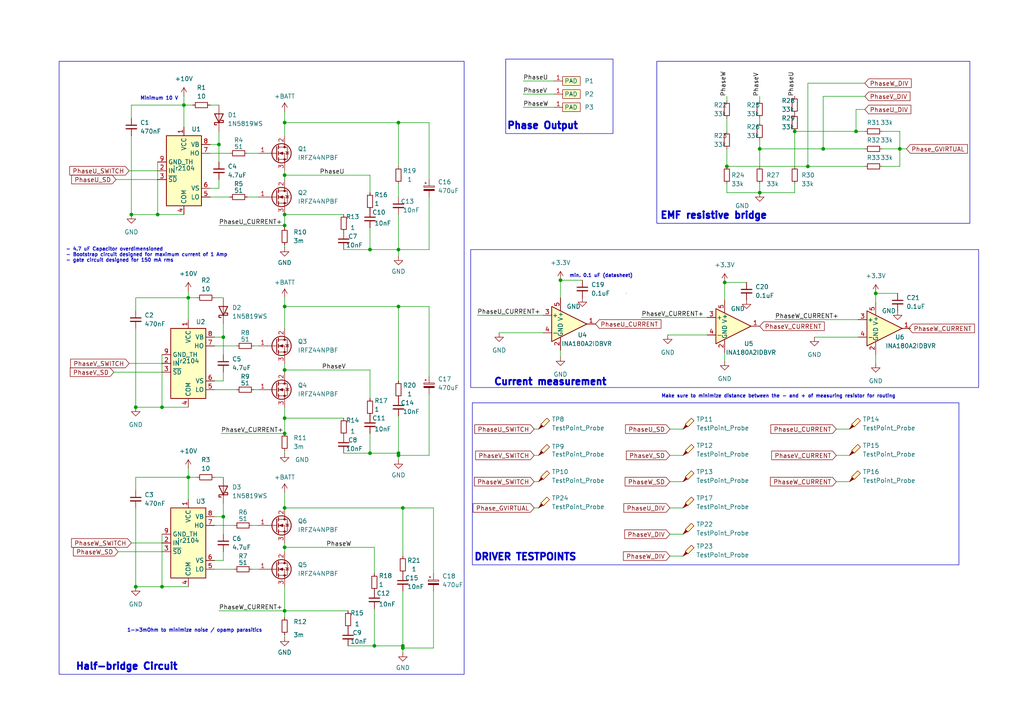
<source format=kicad_sch>
(kicad_sch (version 20250114) (generator "eeschema") (generator_version "9.0")
  (paper "A4")
  (title_block (title "BLDC Driver Project") (rev "1.0") (company "IW"))
  (rectangle (start 146.685 17.145) (end 177.8 38.735))
  (rectangle (start 17.145 17.78) (end 134.62 195.58))
  (rectangle (start 137 116.84) (end 278.13 163.83))
  (rectangle (start 190.5 17.78) (end 281.305 64.77))
  (rectangle (start 136.525 72.39) (end 283.845 112.395))
  (text "Make sure to minimize distance between the - and + of measuring resistor for routing" (at 191.77 115.57 0) (effects (font (size 1 1) (bold yes)) (justify left bottom)))
  (text "min. 0.1 uF (datasheet)\n" (at 165.1 80.645 0) (effects (font (size 1 1) (bold yes)) (justify left bottom)))
  (text "Minimum 10 V" (at 40.64 29.21 0) (effects (font (size 1 1) (bold yes)) (justify left bottom)))
  (text "1->3mOhm to minimize noise / opamp parasitics" (at 36.83 183.515 0) (effects (font (size 1 1) (bold yes)) (justify left bottom)))
  (text "- 4.7 uF Capacitor overdimensioned\n- Bootstrap circuit designed for maximum current of 1 Amp\n- gate circuit designed for 150 mA rms\n" (at 19.05 76.2 0) (effects (font (size 1 1) (bold yes)) (justify left bottom)))
  (text_box "" (at 181.61 85.09 0) (size 0 0) (margins 0.75 0.75 0.75 0.75) (effects (font (size 1 1) (bold yes)) (justify left top)))
  (text_box "Half-bridge Circuit" (at 20.32 190.5 0) (size 35.56 5.08) (margins 1.4999 1.4999 1.4999 1.4999) (stroke (width -0.0001)) (effects (font (size 2 2) (thickness 2) (bold yes)) (justify left top)))
  (text_box "Phase Output" (at 145.415 33.655 0) (size 29.21 5.08) (margins 1.4999 1.4999 1.4999 1.4999) (stroke (width -0.0001)) (effects (font (size 2 2) (thickness 2) (bold yes)) (justify left top)))
  (text_box "DRIVER TESTPOINTS" (at 135.89 158.75 0) (size 35.56 5.08) (margins 1.4999 1.4999 1.4999 1.4999) (stroke (width -0.0001)) (effects (font (size 2 2) (thickness 2) (bold yes)) (justify left top)))
  (text_box "EMF resistive bridge" (at 189.865 59.69 0) (size 40.64 5.08) (margins 1.4999 1.4999 1.4999 1.4999) (stroke (width -0.0001)) (effects (font (size 2 2) (thickness 2) (bold yes)) (justify left top)))
  (text_box "Current measurement\n" (at 141.605 107.95 0) (size 54.61 5.08) (margins 1.4999 1.4999 1.4999 1.4999) (stroke (width -0.0001)) (effects (font (size 2 2) (thickness 2) (bold yes)) (justify left top)))
  (junction (at 210.82 48.26))
  (junction (at 248.285 38.1))
  (junction (at 82.55 121.285))
  (junction (at 64.77 149.86))
  (junction (at 107.315 72.39))
  (junction (at 220.345 43.18))
  (junction (at 53.34 30.48))
  (junction (at 45.72 62.23))
  (junction (at 82.55 62.23))
  (junction (at 39.37 118.11))
  (junction (at 82.55 158.75))
  (junction (at 234.315 48.26))
  (junction (at 64.77 97.79))
  (junction (at 115.57 131.445))
  (junction (at 82.55 147.32))
  (junction (at 162.56 81.28))
  (junction (at 115.57 132.08))
  (junction (at 38.1 62.23))
  (junction (at 82.55 50.8))
  (junction (at 54.61 138.43))
  (junction (at 116.84 187.325))
  (junction (at 82.55 107.315))
  (junction (at 82.55 88.9))
  (junction (at 107.315 131.445))
  (junction (at 116.84 147.32))
  (junction (at 238.76 43.18))
  (junction (at 220.345 55.88))
  (junction (at 82.55 177.165))
  (junction (at 116.84 187.96))
  (junction (at 210.185 81.915))
  (junction (at 46.99 170.18))
  (junction (at 115.57 35.56))
  (junction (at 230.505 38.1))
  (junction (at 115.57 72.39))
  (junction (at 46.99 118.11))
  (junction (at 108.585 187.325))
  (junction (at 254 85.09))
  (junction (at 82.55 125.73))
  (junction (at 82.55 35.56))
  (junction (at 82.55 65.405))
  (junction (at 63.5 41.91))
  (junction (at 54.61 86.36))
  (junction (at 260.985 43.18))
  (junction (at 115.57 88.9))
  (junction (at 39.37 170.18))
  (wire (pts (xy 234.315 24.13) (xy 250.825 24.13)))
  (wire (pts (xy 53.34 27.94) (xy 53.34 30.48)))
  (wire (pts (xy 63.5 46.99) (xy 63.5 41.91)))
  (wire (pts (xy 60.96 41.91) (xy 63.5 41.91)))
  (wire (pts (xy 107.315 131.445) (xy 115.57 131.445)))
  (wire (pts (xy 53.34 30.48) (xy 53.34 36.83)))
  (wire (pts (xy 60.96 54.61) (xy 63.5 54.61)))
  (wire (pts (xy 71.755 44.45) (xy 74.93 44.45)))
  (wire (pts (xy 82.55 107.315) (xy 107.315 107.315)))
  (wire (pts (xy 260.985 43.18) (xy 255.905 43.18)))
  (wire (pts (xy 107.315 107.315) (xy 107.315 115.57)))
  (wire (pts (xy 45.72 46.99) (xy 45.72 62.23)))
  (wire (pts (xy 46.99 170.18) (xy 54.61 170.18)))
  (wire (pts (xy 39.37 118.11) (xy 46.99 118.11)))
  (wire (pts (xy 73.66 113.03) (xy 74.93 113.03)))
  (wire (pts (xy 260.985 38.1) (xy 255.905 38.1)))
  (wire (pts (xy 39.37 170.18) (xy 46.99 170.18)))
  (wire (pts (xy 248.285 31.75) (xy 248.285 38.1)))
  (wire (pts (xy 82.55 170.18) (xy 82.55 177.165)))
  (wire (pts (xy 39.37 138.43) (xy 54.61 138.43)))
  (wire (pts (xy 108.585 166.37) (xy 108.585 158.75)))
  (wire (pts (xy 151.765 31.115) (xy 160.655 31.115)))
  (wire (pts (xy 82.55 118.11) (xy 82.55 121.285)))
  (wire (pts (xy 73.66 100.33) (xy 74.93 100.33)))
  (wire (pts (xy 115.57 131.445) (xy 115.57 132.08)))
  (wire (pts (xy 115.57 88.9) (xy 115.57 110.49)))
  (wire (pts (xy 100.965 187.325) (xy 108.585 187.325)))
  (wire (pts (xy 39.37 90.17) (xy 39.37 86.36)))
  (wire (pts (xy 260.985 48.26) (xy 255.905 48.26)))
  (wire (pts (xy 238.76 43.18) (xy 250.825 43.18)))
  (wire (pts (xy 125.73 171.45) (xy 125.73 187.96)))
  (wire (pts (xy 210.82 53.34) (xy 210.82 55.88)))
  (wire (pts (xy 82.55 157.48) (xy 82.55 158.75)))
  (wire (pts (xy 194.31 154.94) (xy 198.12 154.94)))
  (wire (pts (xy 62.23 97.79) (xy 64.77 97.79)))
  (wire (pts (xy 210.82 55.88) (xy 220.345 55.88)))
  (wire (pts (xy 39.37 147.32) (xy 39.37 170.18)))
  (wire (pts (xy 54.61 84.455) (xy 54.61 86.36)))
  (wire (pts (xy 220.345 34.29) (xy 220.345 35.56)))
  (wire (pts (xy 66.675 57.15) (xy 60.96 57.15)))
  (wire (pts (xy 39.37 142.24) (xy 39.37 138.43)))
  (wire (pts (xy 62.23 113.03) (xy 68.58 113.03)))
  (wire (pts (xy 248.285 38.1) (xy 250.825 38.1)))
  (wire (pts (xy 108.585 176.53) (xy 108.585 187.325)))
  (wire (pts (xy 115.57 72.39) (xy 115.57 74.295)))
  (wire (pts (xy 154.94 147.32) (xy 156.21 147.32)))
  (wire (pts (xy 210.185 81.915) (xy 210.185 86.995)))
  (wire (pts (xy 64.77 154.94) (xy 64.77 149.86)))
  (wire (pts (xy 224.79 92.71) (xy 248.92 92.71)))
  (wire (pts (xy 230.505 53.34) (xy 230.505 55.88)))
  (wire (pts (xy 54.61 135.89) (xy 54.61 138.43)))
  (wire (pts (xy 54.61 138.43) (xy 54.61 144.78)))
  (wire (pts (xy 82.55 121.285) (xy 82.55 125.73)))
  (wire (pts (xy 37.465 105.41) (xy 46.99 105.41)))
  (wire (pts (xy 151.765 23.495) (xy 160.655 23.495)))
  (wire (pts (xy 64.77 146.05) (xy 64.77 149.86)))
  (wire (pts (xy 250.825 27.94) (xy 238.76 27.94)))
  (wire (pts (xy 156.21 139.7) (xy 154.94 139.7)))
  (wire (pts (xy 82.55 184.15) (xy 82.55 184.785)))
  (wire (pts (xy 107.315 50.8) (xy 107.315 55.88)))
  (wire (pts (xy 62.23 86.36) (xy 64.77 86.36)))
  (wire (pts (xy 71.755 57.15) (xy 74.93 57.15)))
  (wire (pts (xy 242.57 132.08) (xy 246.38 132.08)))
  (wire (pts (xy 194.31 147.32) (xy 198.12 147.32)))
  (wire (pts (xy 210.82 48.26) (xy 234.315 48.26)))
  (wire (pts (xy 82.55 35.56) (xy 115.57 35.56)))
  (wire (pts (xy 73.025 152.4) (xy 74.93 152.4)))
  (wire (pts (xy 124.46 114.3) (xy 124.46 132.08)))
  (wire (pts (xy 254 85.09) (xy 260.35 85.09)))
  (wire (pts (xy 186.055 92.075) (xy 205.105 92.075)))
  (wire (pts (xy 108.585 187.325) (xy 116.84 187.325)))
  (wire (pts (xy 82.55 130.81) (xy 82.55 131.445)))
  (wire (pts (xy 107.315 66.04) (xy 107.315 72.39)))
  (wire (pts (xy 194.31 139.7) (xy 198.12 139.7)))
  (wire (pts (xy 82.55 107.95) (xy 82.55 107.315)))
  (wire (pts (xy 124.46 57.15) (xy 124.46 72.39)))
  (wire (pts (xy 82.55 142.875) (xy 82.55 147.32)))
  (wire (pts (xy 194.31 124.46) (xy 198.12 124.46)))
  (wire (pts (xy 124.46 35.56) (xy 115.57 35.56)))
  (wire (pts (xy 210.82 43.18) (xy 210.82 48.26)))
  (wire (pts (xy 82.55 147.32) (xy 116.84 147.32)))
  (wire (pts (xy 99.695 131.445) (xy 107.315 131.445)))
  (wire (pts (xy 116.84 161.29) (xy 116.84 147.32)))
  (wire (pts (xy 82.55 105.41) (xy 82.55 107.315)))
  (wire (pts (xy 82.55 50.8) (xy 82.55 52.07)))
  (wire (pts (xy 124.46 52.07) (xy 124.46 35.56)))
  (wire (pts (xy 62.23 110.49) (xy 64.77 110.49)))
  (wire (pts (xy 250.825 31.75) (xy 248.285 31.75)))
  (wire (pts (xy 82.55 32.385) (xy 82.55 35.56)))
  (wire (pts (xy 124.46 132.08) (xy 115.57 132.08)))
  (wire (pts (xy 260.985 38.1) (xy 260.985 43.18)))
  (wire (pts (xy 62.23 100.33) (xy 68.58 100.33)))
  (wire (pts (xy 63.5 177.165) (xy 82.55 177.165)))
  (wire (pts (xy 82.55 158.75) (xy 82.55 160.02)))
  (wire (pts (xy 82.55 86.36) (xy 82.55 88.9)))
  (wire (pts (xy 60.96 44.45) (xy 66.675 44.45)))
  (wire (pts (xy 116.84 171.45) (xy 116.84 187.325)))
  (wire (pts (xy 38.1 157.48) (xy 46.99 157.48)))
  (wire (pts (xy 62.23 152.4) (xy 67.945 152.4)))
  (wire (pts (xy 82.55 65.405) (xy 82.55 66.04)))
  (wire (pts (xy 64.77 93.98) (xy 64.77 97.79)))
  (wire (pts (xy 230.505 38.1) (xy 248.285 38.1)))
  (wire (pts (xy 210.185 102.235) (xy 210.185 104.775)))
  (wire (pts (xy 124.46 72.39) (xy 115.57 72.39)))
  (wire (pts (xy 82.55 88.9) (xy 82.55 95.25)))
  (wire (pts (xy 242.57 124.46) (xy 246.38 124.46)))
  (wire (pts (xy 220.345 43.18) (xy 238.76 43.18)))
  (wire (pts (xy 116.84 187.325) (xy 116.84 187.96)))
  (wire (pts (xy 54.61 86.36) (xy 54.61 92.71)))
  (wire (pts (xy 115.57 120.65) (xy 115.57 131.445)))
  (wire (pts (xy 194.31 161.29) (xy 198.12 161.29)))
  (wire (pts (xy 234.315 24.13) (xy 234.315 48.26)))
  (wire (pts (xy 115.57 57.15) (xy 115.57 53.34)))
  (wire (pts (xy 82.55 39.37) (xy 82.55 35.56)))
  (wire (pts (xy 64.77 102.87) (xy 64.77 97.79)))
  (wire (pts (xy 260.985 43.18) (xy 262.89 43.18)))
  (wire (pts (xy 124.46 88.9) (xy 124.46 109.22)))
  (wire (pts (xy 162.56 81.28) (xy 168.91 81.28)))
  (wire (pts (xy 62.23 138.43) (xy 64.77 138.43)))
  (wire (pts (xy 64.135 125.73) (xy 82.55 125.73)))
  (wire (pts (xy 154.94 124.46) (xy 156.21 124.46)))
  (wire (pts (xy 156.21 132.08) (xy 154.94 132.08)))
  (wire (pts (xy 82.55 71.12) (xy 82.55 71.755)))
  (wire (pts (xy 64.77 160.02) (xy 64.77 162.56)))
  (wire (pts (xy 62.23 149.86) (xy 64.77 149.86)))
  (wire (pts (xy 220.345 55.88) (xy 230.505 55.88)))
  (wire (pts (xy 33.02 107.95) (xy 46.99 107.95)))
  (wire (pts (xy 82.55 62.23) (xy 82.55 65.405)))
  (wire (pts (xy 33.655 52.07) (xy 45.72 52.07)))
  (wire (pts (xy 62.23 162.56) (xy 64.77 162.56)))
  (wire (pts (xy 34.29 160.02) (xy 46.99 160.02)))
  (wire (pts (xy 46.99 154.94) (xy 46.99 170.18)))
  (wire (pts (xy 238.76 27.94) (xy 238.76 43.18)))
  (wire (pts (xy 37.465 49.53) (xy 45.72 49.53)))
  (wire (pts (xy 263.525 95.25) (xy 264.16 95.25)))
  (wire (pts (xy 63.5 52.07) (xy 63.5 54.61)))
  (wire (pts (xy 54.61 138.43) (xy 57.15 138.43)))
  (wire (pts (xy 210.82 27.94) (xy 210.82 29.21)))
  (wire (pts (xy 115.57 132.08) (xy 115.57 133.35)))
  (wire (pts (xy 62.23 165.1) (xy 67.945 165.1)))
  (wire (pts (xy 151.765 27.305) (xy 160.655 27.305)))
  (wire (pts (xy 193.675 97.155) (xy 205.105 97.155)))
  (wire (pts (xy 162.56 81.28) (xy 162.56 86.36)))
  (wire (pts (xy 82.55 177.165) (xy 100.965 177.165)))
  (wire (pts (xy 82.55 50.8) (xy 107.315 50.8)))
  (wire (pts (xy 38.1 39.37) (xy 38.1 62.23)))
  (wire (pts (xy 138.43 91.44) (xy 157.48 91.44)))
  (wire (pts (xy 38.1 62.23) (xy 45.72 62.23)))
  (wire (pts (xy 125.73 147.32) (xy 116.84 147.32)))
  (wire (pts (xy 38.1 34.29) (xy 38.1 30.48)))
  (wire (pts (xy 38.1 30.48) (xy 53.34 30.48)))
  (wire (pts (xy 115.57 62.23) (xy 115.57 72.39)))
  (wire (pts (xy 220.345 27.94) (xy 220.345 29.21)))
  (wire (pts (xy 107.315 125.73) (xy 107.315 131.445)))
  (wire (pts (xy 107.315 72.39) (xy 115.57 72.39)))
  (wire (pts (xy 55.88 30.48) (xy 53.34 30.48)))
  (wire (pts (xy 220.345 53.34) (xy 220.345 55.88)))
  (wire (pts (xy 236.22 97.79) (xy 248.92 97.79)))
  (wire (pts (xy 82.55 158.75) (xy 108.585 158.75)))
  (wire (pts (xy 144.78 96.52) (xy 157.48 96.52)))
  (wire (pts (xy 234.315 48.26) (xy 250.825 48.26)))
  (wire (pts (xy 230.505 38.1) (xy 230.505 48.26)))
  (wire (pts (xy 220.345 40.64) (xy 220.345 43.18)))
  (wire (pts (xy 162.56 103.505) (xy 162.56 101.6)))
  (wire (pts (xy 39.37 95.25) (xy 39.37 118.11)))
  (wire (pts (xy 39.37 86.36) (xy 54.61 86.36)))
  (wire (pts (xy 124.46 88.9) (xy 115.57 88.9)))
  (wire (pts (xy 210.82 34.29) (xy 210.82 38.1)))
  (wire (pts (xy 194.31 132.08) (xy 198.12 132.08)))
  (wire (pts (xy 99.695 72.39) (xy 107.315 72.39)))
  (wire (pts (xy 82.55 49.53) (xy 82.55 50.8)))
  (wire (pts (xy 220.345 43.18) (xy 220.345 48.26)))
  (wire (pts (xy 210.185 81.915) (xy 216.535 81.915)))
  (wire (pts (xy 115.57 48.26) (xy 115.57 35.56)))
  (wire (pts (xy 46.99 118.11) (xy 54.61 118.11)))
  (wire (pts (xy 242.57 139.7) (xy 246.38 139.7)))
  (wire (pts (xy 46.99 102.87) (xy 46.99 118.11)))
  (wire (pts (xy 73.025 165.1) (xy 74.93 165.1)))
  (wire (pts (xy 125.73 166.37) (xy 125.73 147.32)))
  (wire (pts (xy 82.55 121.285) (xy 99.695 121.285)))
  (wire (pts (xy 116.84 187.96) (xy 116.84 189.23)))
  (wire (pts (xy 82.55 177.165) (xy 82.55 179.07)))
  (wire (pts (xy 45.72 62.23) (xy 53.34 62.23)))
  (wire (pts (xy 254 102.87) (xy 254 105.41)))
  (wire (pts (xy 82.55 88.9) (xy 115.57 88.9)))
  (wire (pts (xy 63.5 65.405) (xy 82.55 65.405)))
  (wire (pts (xy 82.55 62.23) (xy 99.695 62.23)))
  (wire (pts (xy 57.15 86.36) (xy 54.61 86.36)))
  (wire (pts (xy 64.77 107.95) (xy 64.77 110.49)))
  (wire (pts (xy 125.73 187.96) (xy 116.84 187.96)))
  (wire (pts (xy 260.985 43.18) (xy 260.985 48.26)))
  (wire (pts (xy 254 85.09) (xy 254 87.63)))
  (wire (pts (xy 63.5 38.1) (xy 63.5 41.91)))
  (wire (pts (xy 60.96 30.48) (xy 63.5 30.48)))
  (label "PhaseU" (at 92.71 50.8 0))
  (label "PhaseV" (at 220.345 27.94 90))
  (label "PhaseW" (at 94.615 158.75 0))
  (label "PhaseW" (at 151.765 31.115 0))
  (label "PhaseU" (at 230.505 27.94 90))
  (label "PhaseV" (at 93.345 107.315 0))
  (label "PhaseV_CURRENT+" (at 186.055 92.075 0))
  (label "PhaseU" (at 151.765 23.495 0))
  (label "PhaseW_CURRENT+" (at 224.79 92.71 0))
  (label "PhaseU_CURRENT+" (at 138.43 91.44 0))
  (label "PhaseW_CURRENT+" (at 63.5 177.165 0))
  (label "PhaseW" (at 210.82 27.94 90))
  (label "PhaseV" (at 151.765 27.305 0))
  (label "PhaseU_CURRENT+" (at 63.5 65.405 0))
  (label "PhaseV_CURRENT+" (at 64.135 125.73 0))
  (global_label "PhaseW_DIV" (shape input) (at 250.825 24.13 0) (property "Intersheetrefs" "${INTERSHEET_REFS}" (effects (hide yes))))
  (global_label "Phase_GVIRTUAL" (shape input) (at 262.89 43.18 0) (property "Intersheetrefs" "${INTERSHEET_REFS}" (effects (hide yes))))
  (global_label "Phase_GVIRTUAL" (shape input) (at 154.94 147.32 180) (property "Intersheetrefs" "${INTERSHEET_REFS}" (effects (hide yes))))
  (global_label "PhaseW_SWITCH" (shape input) (at 154.94 139.7 180) (property "Intersheetrefs" "${INTERSHEET_REFS}" (effects (hide yes))))
  (global_label "PhaseV_CURRENT" (shape input) (at 220.345 94.615 0) (property "Intersheetrefs" "${INTERSHEET_REFS}" (effects (hide yes))))
  (global_label "PhaseU_SWITCH" (shape input) (at 37.465 49.53 180) (property "Intersheetrefs" "${INTERSHEET_REFS}" (effects (hide yes))))
  (global_label "PhaseV_DIV" (shape input) (at 250.825 27.94 0) (property "Intersheetrefs" "${INTERSHEET_REFS}" (effects (hide yes))))
  (global_label "PhaseU_SD" (shape input) (at 194.31 124.46 180) (property "Intersheetrefs" "${INTERSHEET_REFS}" (effects (hide yes))))
  (global_label "PhaseW_SWITCH" (shape input) (at 38.1 157.48 180) (property "Intersheetrefs" "${INTERSHEET_REFS}" (effects (hide yes))))
  (global_label "PhaseV_SWITCH" (shape input) (at 154.94 132.08 180) (property "Intersheetrefs" "${INTERSHEET_REFS}" (effects (hide yes))))
  (global_label "PhaseU_CURRENT" (shape input) (at 242.57 124.46 180) (property "Intersheetrefs" "${INTERSHEET_REFS}" (effects (hide yes))))
  (global_label "PhaseV_DIV" (shape input) (at 194.31 154.94 180) (property "Intersheetrefs" "${INTERSHEET_REFS}" (effects (hide yes))))
  (global_label "PhaseW_CURRENT" (shape input) (at 263.525 95.25 0) (property "Intersheetrefs" "${INTERSHEET_REFS}" (effects (hide yes))))
  (global_label "PhaseW_CURRENT" (shape input) (at 242.57 139.7 180) (property "Intersheetrefs" "${INTERSHEET_REFS}" (effects (hide yes))))
  (global_label "PhaseU_DIV" (shape input) (at 194.31 147.32 180) (property "Intersheetrefs" "${INTERSHEET_REFS}" (effects (hide yes))))
  (global_label "PhaseV_CURRENT" (shape input) (at 242.57 132.08 180) (property "Intersheetrefs" "${INTERSHEET_REFS}" (effects (hide yes))))
  (global_label "PhaseV_SWITCH" (shape input) (at 37.465 105.41 180) (property "Intersheetrefs" "${INTERSHEET_REFS}" (effects (hide yes))))
  (global_label "PhaseU_DIV" (shape input) (at 250.825 31.75 0) (property "Intersheetrefs" "${INTERSHEET_REFS}" (effects (hide yes))))
  (global_label "PhaseV_SD" (shape input) (at 33.02 107.95 180) (property "Intersheetrefs" "${INTERSHEET_REFS}" (effects (hide yes))))
  (global_label "PhaseU_SWITCH" (shape input) (at 154.94 124.46 180) (property "Intersheetrefs" "${INTERSHEET_REFS}" (effects (hide yes))))
  (global_label "PhaseU_SD" (shape input) (at 33.655 52.07 180) (property "Intersheetrefs" "${INTERSHEET_REFS}" (effects (hide yes))))
  (global_label "PhaseV_SD" (shape input) (at 194.31 132.08 180) (property "Intersheetrefs" "${INTERSHEET_REFS}" (effects (hide yes))))
  (global_label "PhaseW_SD" (shape input) (at 34.29 160.02 180) (property "Intersheetrefs" "${INTERSHEET_REFS}" (effects (hide yes))))
  (global_label "PhaseU_CURRENT" (shape input) (at 172.72 93.98 0) (property "Intersheetrefs" "${INTERSHEET_REFS}" (effects (hide yes))))
  (global_label "PhaseW_SD" (shape input) (at 194.31 139.7 180) (property "Intersheetrefs" "${INTERSHEET_REFS}" (effects (hide yes))))
  (global_label "PhaseW_DIV" (shape input) (at 194.31 161.29 180) (property "Intersheetrefs" "${INTERSHEET_REFS}" (effects (hide yes))))
  (symbol (lib_id "Connector:TestPoint_Probe") (at 246.38 124.46 0) (unit 1)
    (property "Reference" "TP14" (at 250.19 121.6025 0) (effects (justify left)))
    (property "Value" "TestPoint_Probe" (at 250.19 124.1425 0) (effects (justify left)))
    (property "Footprint" "bldc:TestPoint_THTPad_D1.0mm_Drill0.5mm" (effects (hide yes)))
  )
  (symbol (lib_id "Device:R_Small") (at 230.505 30.48 180) (unit 1)
    (property "Reference" "R28" (at 226.695 29.21 0) (effects (justify right)))
    (property "Value" "33k" (at 226.695 31.75 0) (effects (justify right)))
    (property "Footprint" "Resistor_SMD:R_0603_1608Metric" (effects (hide yes)))
    (property "Datasheet" "https://wmsc.lcsc.com/wmsc/upload/file/pdf/v2/lcsc/2206010230_UNI-ROYAL-Uniroyal-Elec-0603WAF3302T5E_C4216.pdf" (effects (hide yes)))
    (property "Manufacturing part number" "0603WAF3302T5E" (effects (hide yes)))
    (property "LCSC Part Number" "C4216" (effects (hide yes)))
  )
  (symbol (lib_id "Device:R_Small") (at 70.485 165.1 90) (unit 1)
    (property "Reference" "R7" (at 70.485 161.29 90))
    (property "Value" "51" (at 70.485 163.195 90))
    (property "Footprint" "Resistor_SMD:R_1206_3216Metric" (effects (hide yes)))
    (property "Datasheet" "https://wmsc.lcsc.com/wmsc/upload/file/pdf/v2/lcsc/2206010145_UNI-ROYAL-Uniroyal-Elec-1206W4F510JT5E_C18019.pdf" (effects (hide yes)))
    (property "Manufacturing part number" "1206W4F510JT5E" (effects (hide yes)))
    (property "LCSC Part Number" "C18019" (effects (hide yes)))
  )
  (symbol (lib_id "Device:R_Small") (at 210.82 50.8 180) (unit 1)
    (property "Reference" "R24" (at 212.09 50.8 0) (effects (justify right)))
    (property "Value" "33k" (at 212.09 53.34 0) (effects (justify right)))
    (property "Footprint" "Resistor_SMD:R_0603_1608Metric" (effects (hide yes)))
    (property "Datasheet" "https://wmsc.lcsc.com/wmsc/upload/file/pdf/v2/lcsc/2206010230_UNI-ROYAL-Uniroyal-Elec-0603WAF3302T5E_C4216.pdf" (effects (hide yes)))
    (property "Manufacturing part number" "0603WAF3302T5E" (effects (hide yes)))
    (property "LCSC Part Number" "C4216" (effects (hide yes)))
  )
  (symbol (lib_id "power:GND") (at 216.535 86.995 0) (unit 1)
    (property "Reference" "#PWR024" (effects (hide yes)))
    (property "Value" "GND" (at 213.995 89.535 0))
  )
  (symbol (lib_id "Device:R_Small") (at 220.345 50.8 180) (unit 1)
    (property "Reference" "R27" (at 222.25 50.8 0) (effects (justify right)))
    (property "Value" "33k" (at 222.25 53.34 0) (effects (justify right)))
    (property "Footprint" "Resistor_SMD:R_0603_1608Metric" (effects (hide yes)))
    (property "Datasheet" "https://wmsc.lcsc.com/wmsc/upload/file/pdf/v2/lcsc/2206010230_UNI-ROYAL-Uniroyal-Elec-0603WAF3302T5E_C4216.pdf" (effects (hide yes)))
    (property "Manufacturing part number" "0603WAF3302T5E" (effects (hide yes)))
    (property "LCSC Part Number" "C4216" (effects (hide yes)))
  )
  (symbol (lib_id "Device:C_Small") (at 39.37 144.78 0) (unit 1)
    (property "Reference" "C3" (at 41.91 143.5163 0) (effects (justify left)))
    (property "Value" "470nF" (at 41.91 146.0563 0) (effects (justify left)))
    (property "Footprint" "Capacitor_SMD:C_0603_1608Metric" (effects (hide yes)))
    (property "Datasheet" "https://wmsc.lcsc.com/wmsc/upload/file/pdf/v2/lcsc/2304140030_Samsung-Electro-Mechanics-CL10B474KA8NNNC_C1623.pdf" (effects (hide yes)))
    (property "Manufacturing part number" "CL10B474KA8NNNC" (effects (hide yes)))
    (property "LCSC Part Number" "C1623" (effects (hide yes)))
  )
  (symbol (lib_id "bldc:IRFZ44N") (at 80.01 152.4 0) (unit 1)
    (property "Reference" "Q6" (at 86.36 151.13 0) (effects (justify left)))
    (property "Value" "IRFZ44NPBF" (at 86.36 153.67 0) (effects (justify left)))
    (property "Footprint" "Package_TO_SOT_THT:TO-220-3_Vertical" (effects (hide yes)))
    (property "Datasheet" "https://wmsc.lcsc.com/wmsc/upload/file/pdf/v2/lcsc/1809041919_Infineon-Technologies-IRFZ44NPBF_C2586.pdf" (effects (hide yes)))
    (property "Manufacturing part number" "IRFZ44NPBF" (effects (hide yes)))
    (property "LCSC Part Number" "C2586" (effects (hide yes)))
  )
  (symbol (lib_id "bldc:pad") (at 165.735 31.115 0) (unit 1)
    (property "Reference" "P3" (at 169.545 31.115 0) (effects (justify left)))
    (property "Value" "~" (at 165.735 31.115 0))
    (property "Footprint" "bldc:SolderWirePad_1x01_SMD_5x10mm" (effects (hide yes)))
  )
  (symbol (lib_name "ir2104_th_2") (lib_id "bldc:ir2104_th") (at 54.61 105.41 0) (unit 1)
    (property "Reference" "U2" (at 56.8041 93.345 0) (effects (justify left)))
    (property "Value" "ir2104" (at 54.61 105.41 0) (effects (justify bottom)))
    (property "Footprint" "Package_SO:SOIC-8-1EP_3.9x4.9mm_P1.27mm_EP2.29x3mm" (effects (hide yes)))
    (property "Datasheet" "file:///home/igorwolfs/Downloads/1.translated.pdf" (effects (hide yes)))
    (property "Manufacturing part number" "IR2104STRPBF-JSM" (effects (hide yes)))
    (property "LCSC Part Number" "C5804631" (effects (hide yes)))
  )
  (symbol (lib_id "Device:R_Small") (at 99.695 123.825 0) (unit 1)
    (property "Reference" "R14" (at 100.33 121.92 0) (effects (justify left)))
    (property "Value" "1" (at 101.6 125.095 0) (effects (justify left)))
    (property "Footprint" "Resistor_SMD:R_0603_1608Metric" (effects (hide yes)))
    (property "Datasheet" "https://wmsc.lcsc.com/wmsc/upload/file/pdf/v2/lcsc/2206010130_UNI-ROYAL-Uniroyal-Elec-0603WAF100KT5E_C22936.pdf" (effects (hide yes)))
    (property "Manufacturing part number" "0603WAF100KT5E" (effects (hide yes)))
    (property "LCSC Part Number" "C22936" (effects (hide yes)))
  )
  (symbol (lib_id "Device:R_Small") (at 58.42 30.48 90) (unit 1)
    (property "Reference" "R1" (at 58.42 25.4 90))
    (property "Value" "10" (at 58.42 27.94 90))
    (property "Footprint" "Resistor_SMD:R_1206_3216Metric" (effects (hide yes)))
    (property "Datasheet" "https://wmsc.lcsc.com/wmsc/upload/file/pdf/v2/lcsc/2206010145_UNI-ROYAL-Uniroyal-Elec-1206W4F100JT5E_C17903.pdf" (effects (hide yes)))
    (property "Manufacturing part number" "1206W4F100JT5E" (effects (hide yes)))
    (property "LCSC Part Number" "C17903" (effects (hide yes)))
  )
  (symbol (lib_id "Amplifier_Current:INA180A2") (at 256.54 95.25 0) (unit 1)
    (property "Reference" "U6" (at 260.985 97.79 0))
    (property "Value" "INA180A2IDBVR" (at 264.16 100.33 0))
    (property "Footprint" "Package_TO_SOT_SMD:SOT-23-5" (effects (hide yes)))
    (property "Datasheet" "https://wmsc.lcsc.com/wmsc/upload/file/pdf/v2/lcsc/1811021124_Texas-Instruments-INA180A2IDBVR_C192764.pdf" (effects (hide yes)))
    (property "Manufacturing part number" "INA180A2IDBVR" (effects (hide yes)))
    (property "LCSC Part Number" "C192764" (effects (hide yes)))
  )
  (symbol (lib_id "power:GND") (at 116.84 189.23 0) (unit 1)
    (property "Reference" "#PWR015" (effects (hide yes)))
    (property "Value" "GND" (at 116.84 193.675 0))
  )
  (symbol (lib_id "Device:R_Small") (at 116.84 163.83 0) (unit 1)
    (property "Reference" "R21" (at 118.11 162.56 0) (effects (justify left)))
    (property "Value" "1" (at 119.38 165.1 0) (effects (justify left)))
    (property "Footprint" "Resistor_SMD:R_0603_1608Metric" (effects (hide yes)))
    (property "Datasheet" "https://wmsc.lcsc.com/wmsc/upload/file/pdf/v2/lcsc/2206010130_UNI-ROYAL-Uniroyal-Elec-0603WAF100KT5E_C22936.pdf" (effects (hide yes)))
    (property "Manufacturing part number" "0603WAF100KT5E" (effects (hide yes)))
    (property "LCSC Part Number" "C22936" (effects (hide yes)))
  )
  (symbol (lib_id "Device:R_Small") (at 59.69 86.36 90) (unit 1)
    (property "Reference" "R2" (at 59.69 81.28 90))
    (property "Value" "10" (at 59.69 83.82 90))
    (property "Footprint" "Resistor_SMD:R_1206_3216Metric" (effects (hide yes)))
    (property "Datasheet" "https://wmsc.lcsc.com/wmsc/upload/file/pdf/v2/lcsc/2206010145_UNI-ROYAL-Uniroyal-Elec-1206W4F100JT5E_C17903.pdf" (effects (hide yes)))
    (property "Manufacturing part number" "1206W4F100JT5E" (effects (hide yes)))
    (property "LCSC Part Number" "C17903" (effects (hide yes)))
  )
  (symbol (lib_id "Connector:TestPoint_Probe") (at 198.12 132.08 0) (unit 1)
    (property "Reference" "TP12" (at 201.93 129.2225 0) (effects (justify left)))
    (property "Value" "TestPoint_Probe" (at 201.93 131.7625 0) (effects (justify left)))
    (property "Footprint" "bldc:TestPoint_THTPad_D1.0mm_Drill0.5mm" (effects (hide yes)))
  )
  (symbol (lib_id "Device:C_Small") (at 115.57 59.69 0) (unit 1)
    (property "Reference" "C13" (at 116.205 58.42 0) (effects (justify left)))
    (property "Value" "10nF" (at 116.84 60.96 0) (effects (justify left)))
    (property "Footprint" "Capacitor_SMD:C_0402_1005Metric" (effects (hide yes)))
    (property "Datasheet" "https://wmsc.lcsc.com/wmsc/upload/file/pdf/v2/lcsc/2304140030_Samsung-Electro-Mechanics-CL05B103KB5NNNC_C15195.pdf" (effects (hide yes)))
    (property "Manufacturing part number" "CL05B103KB5NNNC" (effects (hide yes)))
    (property "LCSC Part Number" "C15195" (effects (hide yes)))
  )
  (symbol (lib_id "Device:R_Small") (at 210.82 40.64 180) (unit 1)
    (property "Reference" "R23" (at 207.01 39.37 0) (effects (justify right)))
    (property "Value" "33k" (at 207.01 41.91 0) (effects (justify right)))
    (property "Footprint" "Resistor_SMD:R_0603_1608Metric" (effects (hide yes)))
    (property "Datasheet" "https://wmsc.lcsc.com/wmsc/upload/file/pdf/v2/lcsc/2206010230_UNI-ROYAL-Uniroyal-Elec-0603WAF3302T5E_C4216.pdf" (effects (hide yes)))
    (property "Manufacturing part number" "0603WAF3302T5E" (effects (hide yes)))
    (property "LCSC Part Number" "C4216" (effects (hide yes)))
  )
  (symbol (lib_id "power:GND") (at 254 105.41 0) (unit 1)
    (property "Reference" "#PWR027" (effects (hide yes)))
    (property "Value" "GND" (at 254 110.49 0))
  )
  (symbol (lib_id "bldc:IRFZ44N") (at 80.01 57.15 0) (unit 1)
    (property "Reference" "Q2" (at 86.36 55.88 0) (effects (justify left)))
    (property "Value" "IRFZ44NPBF" (at 86.36 58.42 0) (effects (justify left)))
    (property "Footprint" "Package_TO_SOT_THT:TO-220-3_Vertical" (effects (hide yes)))
    (property "Datasheet" "https://wmsc.lcsc.com/wmsc/upload/file/pdf/v2/lcsc/1809041919_Infineon-Technologies-IRFZ44NPBF_C2586.pdf" (effects (hide yes)))
    (property "Manufacturing part number" "IRFZ44NPBF" (effects (hide yes)))
    (property "LCSC Part Number" "C2586" (effects (hide yes)))
  )
  (symbol (lib_id "Device:C_Small") (at 64.77 105.41 0) (unit 1)
    (property "Reference" "C5" (at 67.31 104.1463 0) (effects (justify left)))
    (property "Value" "4.7uF" (at 67.31 106.6863 0) (effects (justify left)))
    (property "Footprint" "Capacitor_SMD:C_0603_1608Metric" (effects (hide yes)))
    (property "Datasheet" "https://wmsc.lcsc.com/wmsc/upload/file/pdf/v2/lcsc/2304140030_Samsung-Electro-Mechanics-CL10A475KO8NNNC_C19666.pdf" (effects (hide yes)))
    (property "Manufacturing part number" "CL10A475KO8NNNC" (effects (hide yes)))
    (property "LCSC Part Number" "C19666" (effects (hide yes)))
  )
  (symbol (lib_id "power:+10V") (at 54.61 84.455 0) (unit 1)
    (property "Reference" "#PWR05" (effects (hide yes)))
    (property "Value" "+10V" (at 54.61 79.375 0))
  )
  (symbol (lib_id "Device:C_Small") (at 116.84 168.91 0) (unit 1)
    (property "Reference" "C15" (at 117.475 167.64 0) (effects (justify left)))
    (property "Value" "10nF" (at 118.11 170.18 0) (effects (justify left)))
    (property "Footprint" "Capacitor_SMD:C_0402_1005Metric" (effects (hide yes)))
    (property "Datasheet" "https://wmsc.lcsc.com/wmsc/upload/file/pdf/v2/lcsc/2304140030_Samsung-Electro-Mechanics-CL05B103KB5NNNC_C15195.pdf" (effects (hide yes)))
    (property "Manufacturing part number" "CL05B103KB5NNNC" (effects (hide yes)))
    (property "LCSC Part Number" "C15195" (effects (hide yes)))
  )
  (symbol (lib_id "Device:R_Small") (at 82.55 68.58 0) (unit 1)
    (property "Reference" "R10" (at 85.09 67.31 0) (effects (justify left)))
    (property "Value" "3m" (at 85.09 69.85 0) (effects (justify left)))
    (property "Footprint" "Resistor_SMD:R_2512_6332Metric" (effects (hide yes)))
    (property "Datasheet" "https://wmsc.lcsc.com/wmsc/upload/file/pdf/v2/lcsc/2110081730_Milliohm-LR2512D-2W-3mR-1-_C500615.pdf" (effects (hide yes)))
    (property "Manufacturing part number" "LR2512D-2W-3mR-1%" (effects (hide yes)))
    (property "LCSC Part Number" "C500615" (effects (hide yes)))
  )
  (symbol (lib_id "Device:R_Small") (at 107.315 58.42 0) (unit 1)
    (property "Reference" "R16" (at 108.585 56.515 0) (effects (justify left)))
    (property "Value" "1" (at 108.585 59.055 0) (effects (justify left)))
    (property "Footprint" "Resistor_SMD:R_0603_1608Metric" (effects (hide yes)))
    (property "Datasheet" "https://wmsc.lcsc.com/wmsc/upload/file/pdf/v2/lcsc/2206010130_UNI-ROYAL-Uniroyal-Elec-0603WAF100KT5E_C22936.pdf" (effects (hide yes)))
    (property "Manufacturing part number" "0603WAF100KT5E" (effects (hide yes)))
    (property "LCSC Part Number" "C22936" (effects (hide yes)))
  )
  (symbol (lib_id "Device:C_Small") (at 260.35 87.63 0) (unit 1)
    (property "Reference" "C21" (at 262.89 86.3663 0) (effects (justify left)))
    (property "Value" "0.1uF" (at 262.89 88.9063 0) (effects (justify left)))
    (property "Footprint" "Capacitor_SMD:C_0402_1005Metric" (effects (hide yes)))
    (property "Datasheet" "https://wmsc.lcsc.com/wmsc/upload/file/pdf/v2/lcsc/2304140030_Samsung-Electro-Mechanics-CL05B104KB54PNC_C307331.pdf" (effects (hide yes)))
    (property "Manufacturing part number" "CL05B104KB54PNC" (effects (hide yes)))
    (property "LCSC Part Number" "C307331" (effects (hide yes)))
  )
  (symbol (lib_id "Device:R_Small") (at 71.12 113.03 90) (unit 1)
    (property "Reference" "R9" (at 71.12 109.22 90))
    (property "Value" "51" (at 71.12 111.125 90))
    (property "Footprint" "Resistor_SMD:R_1206_3216Metric" (effects (hide yes)))
    (property "Datasheet" "https://wmsc.lcsc.com/wmsc/upload/file/pdf/v2/lcsc/2206010145_UNI-ROYAL-Uniroyal-Elec-1206W4F510JT5E_C18019.pdf" (effects (hide yes)))
    (property "Manufacturing part number" "1206W4F510JT5E" (effects (hide yes)))
    (property "LCSC Part Number" "C18019" (effects (hide yes)))
  )
  (symbol (lib_id "Device:R_Small") (at 107.315 118.11 0) (unit 1)
    (property "Reference" "R17" (at 108.585 116.205 0) (effects (justify left)))
    (property "Value" "1" (at 108.585 118.745 0) (effects (justify left)))
    (property "Footprint" "Resistor_SMD:R_0603_1608Metric" (effects (hide yes)))
    (property "Datasheet" "https://wmsc.lcsc.com/wmsc/upload/file/pdf/v2/lcsc/2206010130_UNI-ROYAL-Uniroyal-Elec-0603WAF100KT5E_C22936.pdf" (effects (hide yes)))
    (property "Manufacturing part number" "0603WAF100KT5E" (effects (hide yes)))
    (property "LCSC Part Number" "C22936" (effects (hide yes)))
  )
  (symbol (lib_id "bldc:IRFZ44N") (at 80.01 100.33 0) (unit 1)
    (property "Reference" "Q3" (at 86.36 99.06 0) (effects (justify left)))
    (property "Value" "IRFZ44NPBF" (at 86.36 101.6 0) (effects (justify left)))
    (property "Footprint" "Package_TO_SOT_THT:TO-220-3_Vertical" (effects (hide yes)))
    (property "Datasheet" "https://wmsc.lcsc.com/wmsc/upload/file/pdf/v2/lcsc/1809041919_Infineon-Technologies-IRFZ44NPBF_C2586.pdf" (effects (hide yes)))
    (property "Manufacturing part number" "IRFZ44NPBF" (effects (hide yes)))
    (property "LCSC Part Number" "C2586" (effects (hide yes)))
  )
  (symbol (lib_id "Connector:TestPoint_Probe") (at 246.38 139.7 0) (unit 1)
    (property "Reference" "TP16" (at 250.19 136.8425 0) (effects (justify left)))
    (property "Value" "TestPoint_Probe" (at 250.19 139.3825 0) (effects (justify left)))
    (property "Footprint" "bldc:TestPoint_THTPad_D1.0mm_Drill0.5mm" (effects (hide yes)))
  )
  (symbol (lib_id "Diode:1N5819") (at 64.77 142.24 90) (unit 1)
    (property "Reference" "D3" (at 67.31 141.2875 90) (effects (justify right)))
    (property "Value" "1N5819WS" (at 67.31 143.8275 90) (effects (justify right)))
    (property "Footprint" "Diode_SMD:D_SOD-323" (effects (hide yes)))
    (property "Datasheet" "https://wmsc.lcsc.com/wmsc/upload/file/pdf/v2/lcsc/2204281430_Guangdong-Hottech-1N5819WS_C191023.pdf" (effects (hide yes)))
    (property "Manufacturing part number" "1N5819WS" (effects (hide yes)))
    (property "LCSC Part Number" "C191023" (effects (hide yes)))
  )
  (symbol (lib_id "Device:R_Small") (at 69.215 44.45 90) (unit 1)
    (property "Reference" "R4" (at 69.215 40.64 90))
    (property "Value" "51" (at 69.215 42.545 90))
    (property "Footprint" "Resistor_SMD:R_1206_3216Metric" (effects (hide yes)))
    (property "Datasheet" "https://wmsc.lcsc.com/wmsc/upload/file/pdf/v2/lcsc/2206010145_UNI-ROYAL-Uniroyal-Elec-1206W4F510JT5E_C18019.pdf" (effects (hide yes)))
    (property "Manufacturing part number" "1206W4F510JT5E" (effects (hide yes)))
    (property "LCSC Part Number" "C18019" (effects (hide yes)))
  )
  (symbol (lib_id "Device:C_Small") (at 63.5 49.53 0) (unit 1)
    (property "Reference" "C4" (at 66.04 48.2663 0) (effects (justify left)))
    (property "Value" "4.7uF" (at 66.04 50.8063 0) (effects (justify left)))
    (property "Footprint" "Capacitor_SMD:C_0603_1608Metric" (effects (hide yes)))
    (property "Datasheet" "https://wmsc.lcsc.com/wmsc/upload/file/pdf/v2/lcsc/2304140030_Samsung-Electro-Mechanics-CL10A475KO8NNNC_C19666.pdf" (effects (hide yes)))
    (property "Manufacturing part number" "CL10A475KO8NNNC" (effects (hide yes)))
    (property "LCSC Part Number" "C19666" (effects (hide yes)))
  )
  (symbol (lib_id "power:+10V") (at 53.34 27.94 0) (unit 1)
    (property "Reference" "#PWR04" (effects (hide yes)))
    (property "Value" "+10V" (at 53.34 22.86 0))
  )
  (symbol (lib_id "Device:R_Small") (at 70.485 152.4 90) (unit 1)
    (property "Reference" "R6" (at 70.485 148.59 90))
    (property "Value" "51" (at 70.485 150.495 90))
    (property "Footprint" "Resistor_SMD:R_1206_3216Metric" (effects (hide yes)))
    (property "Datasheet" "https://wmsc.lcsc.com/wmsc/upload/file/pdf/v2/lcsc/2206010145_UNI-ROYAL-Uniroyal-Elec-1206W4F510JT5E_C18019.pdf" (effects (hide yes)))
    (property "Manufacturing part number" "1206W4F510JT5E" (effects (hide yes)))
    (property "LCSC Part Number" "C18019" (effects (hide yes)))
  )
  (symbol (lib_id "power:GND") (at 39.37 170.18 0) (unit 1)
    (property "Reference" "#PWR03" (effects (hide yes)))
    (property "Value" "GND" (at 39.37 175.26 0))
  )
  (symbol (lib_id "Connector:TestPoint_Probe") (at 156.21 132.08 0) (unit 1)
    (property "Reference" "TP9" (at 160.02 129.54 0) (effects (justify left)))
    (property "Value" "TestPoint_Probe" (at 160.02 131.7625 0) (effects (justify left)))
    (property "Footprint" "bldc:TestPoint_THTPad_D1.0mm_Drill0.5mm" (effects (hide yes)))
  )
  (symbol (lib_id "Device:R_Small") (at 253.365 48.26 90) (unit 1)
    (property "Reference" "R33" (at 253.365 45.72 90))
    (property "Value" "33k" (at 257.175 45.72 90))
    (property "Footprint" "Resistor_SMD:R_0603_1608Metric" (effects (hide yes)))
    (property "Datasheet" "https://wmsc.lcsc.com/wmsc/upload/file/pdf/v2/lcsc/2206010230_UNI-ROYAL-Uniroyal-Elec-0603WAF3302T5E_C4216.pdf" (effects (hide yes)))
    (property "Manufacturing part number" "0603WAF3302T5E" (effects (hide yes)))
    (property "LCSC Part Number" "C4216" (effects (hide yes)))
  )
  (symbol (lib_id "power:GND") (at 210.185 104.775 0) (unit 1)
    (property "Reference" "#PWR023" (effects (hide yes)))
    (property "Value" "GND" (at 210.185 109.855 0))
  )
  (symbol (lib_id "power:+10V") (at 54.61 135.89 0) (unit 1)
    (property "Reference" "#PWR06" (effects (hide yes)))
    (property "Value" "+10V" (at 54.61 130.81 0))
  )
  (symbol (lib_id "power:GND") (at 39.37 118.11 0) (unit 1)
    (property "Reference" "#PWR02" (effects (hide yes)))
    (property "Value" "GND" (at 39.37 123.19 0))
  )
  (symbol (lib_id "Connector:TestPoint_Probe") (at 198.12 161.29 0) (unit 1)
    (property "Reference" "TP23" (at 201.93 158.4325 0) (effects (justify left)))
    (property "Value" "TestPoint_Probe" (at 201.93 160.9725 0) (effects (justify left)))
    (property "Footprint" "bldc:TestPoint_THTPad_D1.0mm_Drill0.5mm" (effects (hide yes)))
  )
  (symbol (lib_id "bldc:ir2104_th") (at 54.61 157.48 0) (unit 1)
    (property "Reference" "U3" (at 56.8041 145.415 0) (effects (justify left)))
    (property "Value" "ir2104" (at 54.61 157.48 0) (effects (justify bottom)))
    (property "Footprint" "Package_SO:SOIC-8-1EP_3.9x4.9mm_P1.27mm_EP2.29x3mm" (effects (hide yes)))
    (property "Datasheet" "file:///home/igorwolfs/Downloads/1.translated.pdf" (effects (hide yes)))
    (property "Manufacturing part number" "IR2104STRPBF-JSM" (effects (hide yes)))
    (property "LCSC Part Number" "C5804631" (effects (hide yes)))
  )
  (symbol (lib_id "Connector:TestPoint_Probe") (at 198.12 154.94 0) (unit 1)
    (property "Reference" "TP22" (at 201.93 152.0825 0) (effects (justify left)))
    (property "Value" "TestPoint_Probe" (at 201.93 154.6225 0) (effects (justify left)))
    (property "Footprint" "bldc:TestPoint_THTPad_D1.0mm_Drill0.5mm" (effects (hide yes)))
  )
  (symbol (lib_id "Device:R_Small") (at 108.585 168.91 0) (unit 1)
    (property "Reference" "R18" (at 109.855 167.005 0) (effects (justify left)))
    (property "Value" "1" (at 109.855 169.545 0) (effects (justify left)))
    (property "Footprint" "Resistor_SMD:R_0603_1608Metric" (effects (hide yes)))
    (property "Datasheet" "https://wmsc.lcsc.com/wmsc/upload/file/pdf/v2/lcsc/2206010130_UNI-ROYAL-Uniroyal-Elec-0603WAF100KT5E_C22936.pdf" (effects (hide yes)))
    (property "Manufacturing part number" "0603WAF100KT5E" (effects (hide yes)))
    (property "LCSC Part Number" "C22936" (effects (hide yes)))
  )
  (symbol (lib_id "Connector:TestPoint_Probe") (at 156.21 124.46 0) (unit 1)
    (property "Reference" "TP8" (at 160.02 121.6025 0) (effects (justify left)))
    (property "Value" "TestPoint_Probe" (at 160.02 124.1425 0) (effects (justify left)))
    (property "Footprint" "bldc:TestPoint_THTPad_D1.0mm_Drill0.5mm" (effects (hide yes)))
  )
  (symbol (lib_id "Device:C_Small") (at 39.37 92.71 0) (unit 1)
    (property "Reference" "C2" (at 41.91 91.4463 0) (effects (justify left)))
    (property "Value" "470nF" (at 41.91 93.9863 0) (effects (justify left)))
    (property "Footprint" "Capacitor_SMD:C_0603_1608Metric" (effects (hide yes)))
    (property "Datasheet" "https://wmsc.lcsc.com/wmsc/upload/file/pdf/v2/lcsc/2304140030_Samsung-Electro-Mechanics-CL10B474KA8NNNC_C1623.pdf" (effects (hide yes)))
    (property "Manufacturing part number" "CL10B474KA8NNNC" (effects (hide yes)))
    (property "LCSC Part Number" "C1623" (effects (hide yes)))
  )
  (symbol (lib_id "power:GND") (at 236.22 97.79 0) (unit 1)
    (property "Reference" "#PWR025" (effects (hide yes)))
    (property "Value" "GND" (at 236.22 102.87 0))
  )
  (symbol (lib_id "power:GND") (at 115.57 74.295 0) (unit 1)
    (property "Reference" "#PWR013" (effects (hide yes)))
    (property "Value" "GND" (at 115.57 78.74 0))
  )
  (symbol (lib_id "power:GND") (at 220.345 55.88 0) (unit 1)
    (property "Reference" "#PWR020" (effects (hide yes)))
    (property "Value" "GND" (at 215.265 59.69 0))
  )
  (symbol (lib_id "Device:R_Small") (at 220.345 38.1 180) (unit 1)
    (property "Reference" "R26" (at 216.535 36.83 0) (effects (justify right)))
    (property "Value" "33k" (at 216.535 39.37 0) (effects (justify right)))
    (property "Footprint" "Resistor_SMD:R_0603_1608Metric" (effects (hide yes)))
    (property "Datasheet" "https://wmsc.lcsc.com/wmsc/upload/file/pdf/v2/lcsc/2206010230_UNI-ROYAL-Uniroyal-Elec-0603WAF3302T5E_C4216.pdf" (effects (hide yes)))
    (property "Manufacturing part number" "0603WAF3302T5E" (effects (hide yes)))
    (property "LCSC Part Number" "C4216" (effects (hide yes)))
  )
  (symbol (lib_id "power:GND") (at 193.675 97.155 0) (unit 1)
    (property "Reference" "#PWR021" (effects (hide yes)))
    (property "Value" "GND" (at 193.675 102.235 0))
  )
  (symbol (lib_id "power:GND") (at 260.35 90.17 0) (unit 1)
    (property "Reference" "#PWR028" (effects (hide yes)))
    (property "Value" "GND" (at 257.81 90.17 0))
  )
  (symbol (lib_id "Diode:1N5819") (at 64.77 90.17 90) (unit 1)
    (property "Reference" "D2" (at 67.31 89.2175 90) (effects (justify right)))
    (property "Value" "1N5819WS" (at 67.31 91.7575 90) (effects (justify right)))
    (property "Footprint" "Diode_SMD:D_SOD-323" (effects (hide yes)))
    (property "Datasheet" "https://wmsc.lcsc.com/wmsc/upload/file/pdf/v2/lcsc/2204281430_Guangdong-Hottech-1N5819WS_C191023.pdf" (effects (hide yes)))
    (property "Manufacturing part number" "1N5819WS" (effects (hide yes)))
    (property "LCSC Part Number" "C191023" (effects (hide yes)))
  )
  (symbol (lib_id "Device:R_Small") (at 210.82 31.75 180) (unit 1)
    (property "Reference" "R22" (at 207.01 30.48 0) (effects (justify right)))
    (property "Value" "33k" (at 207.01 33.02 0) (effects (justify right)))
    (property "Footprint" "Resistor_SMD:R_0603_1608Metric" (effects (hide yes)))
    (property "Datasheet" "https://wmsc.lcsc.com/wmsc/upload/file/pdf/v2/lcsc/2206010230_UNI-ROYAL-Uniroyal-Elec-0603WAF3302T5E_C4216.pdf" (effects (hide yes)))
    (property "Manufacturing part number" "0603WAF3302T5E" (effects (hide yes)))
    (property "LCSC Part Number" "C4216" (effects (hide yes)))
  )
  (symbol (lib_id "Device:C_Polarized_Small") (at 124.46 54.61 0) (unit 1)
    (property "Reference" "C16" (at 127 52.7939 0) (effects (justify left)))
    (property "Value" "470uF" (at 127 55.3339 0) (effects (justify left)))
    (property "Footprint" "Capacitor_THT:C_Radial_D10.0mm_H20.0mm_P5.00mm" (effects (hide yes)))
    (property "Datasheet" "https://wmsc.lcsc.com/wmsc/upload/file/pdf/v2/lcsc/2304140030_AISHI-Aihua-Group-ERS1HM471G20OT_C106666.pdf" (effects (hide yes)))
    (property "Manufacturing part number" "ERS1HM471G20OT" (effects (hide yes)))
    (property "LCSC Part Number" "C106666" (effects (hide yes)))
  )
  (symbol (lib_id "Device:R_Small") (at 230.505 50.8 180) (unit 1)
    (property "Reference" "R30" (at 232.41 50.8 0) (effects (justify right)))
    (property "Value" "33k" (at 232.41 53.34 0) (effects (justify right)))
    (property "Footprint" "Resistor_SMD:R_0603_1608Metric" (effects (hide yes)))
    (property "Datasheet" "https://wmsc.lcsc.com/wmsc/upload/file/pdf/v2/lcsc/2206010230_UNI-ROYAL-Uniroyal-Elec-0603WAF3302T5E_C4216.pdf" (effects (hide yes)))
    (property "Manufacturing part number" "0603WAF3302T5E" (effects (hide yes)))
    (property "LCSC Part Number" "C4216" (effects (hide yes)))
  )
  (symbol (lib_id "Diode:1N5819") (at 63.5 34.29 90) (unit 1)
    (property "Reference" "D1" (at 66.04 33.3375 90) (effects (justify right)))
    (property "Value" "1N5819WS" (at 66.04 35.8775 90) (effects (justify right)))
    (property "Footprint" "Diode_SMD:D_SOD-323" (effects (hide yes)))
    (property "Datasheet" "https://wmsc.lcsc.com/wmsc/upload/file/pdf/v2/lcsc/2204281430_Guangdong-Hottech-1N5819WS_C191023.pdf" (effects (hide yes)))
    (property "Manufacturing part number" "1N5819WS" (effects (hide yes)))
    (property "LCSC Part Number" "C191023" (effects (hide yes)))
  )
  (symbol (lib_id "Device:C_Small") (at 64.77 157.48 0) (unit 1)
    (property "Reference" "C6" (at 67.31 156.2163 0) (effects (justify left)))
    (property "Value" "4.7uF" (at 67.31 158.7563 0) (effects (justify left)))
    (property "Footprint" "Capacitor_SMD:C_0603_1608Metric" (effects (hide yes)))
    (property "Datasheet" "https://wmsc.lcsc.com/wmsc/upload/file/pdf/v2/lcsc/2304140030_Samsung-Electro-Mechanics-CL10A475KO8NNNC_C19666.pdf" (effects (hide yes)))
    (property "Manufacturing part number" "CL10A475KO8NNNC" (effects (hide yes)))
    (property "LCSC Part Number" "C19666" (effects (hide yes)))
  )
  (symbol (lib_id "bldc:IRFZ44N") (at 80.01 165.1 0) (unit 1)
    (property "Reference" "Q5" (at 86.36 163.83 0) (effects (justify left)))
    (property "Value" "IRFZ44NPBF" (at 86.36 166.37 0) (effects (justify left)))
    (property "Footprint" "Package_TO_SOT_THT:TO-220-3_Vertical" (effects (hide yes)))
    (property "Datasheet" "https://wmsc.lcsc.com/wmsc/upload/file/pdf/v2/lcsc/1809041919_Infineon-Technologies-IRFZ44NPBF_C2586.pdf" (effects (hide yes)))
    (property "Manufacturing part number" "IRFZ44NPBF" (effects (hide yes)))
    (property "LCSC Part Number" "C2586" (effects (hide yes)))
  )
  (symbol (lib_id "power:GND") (at 144.78 96.52 0) (unit 1)
    (property "Reference" "#PWR016" (effects (hide yes)))
    (property "Value" "GND" (at 144.78 101.6 0))
  )
  (symbol (lib_id "Connector:TestPoint_Probe") (at 198.12 147.32 0) (unit 1)
    (property "Reference" "TP17" (at 201.93 144.4625 0) (effects (justify left)))
    (property "Value" "TestPoint_Probe" (at 201.93 147.0025 0) (effects (justify left)))
    (property "Footprint" "bldc:TestPoint_THTPad_D1.0mm_Drill0.5mm" (effects (hide yes)))
  )
  (symbol (lib_id "Device:C_Small") (at 107.315 123.19 0) (unit 1)
    (property "Reference" "C11" (at 107.95 121.285 0) (effects (justify left)))
    (property "Value" "10nF" (at 108.585 124.46 0) (effects (justify left)))
    (property "Footprint" "Capacitor_SMD:C_0402_1005Metric" (effects (hide yes)))
    (property "Datasheet" "https://wmsc.lcsc.com/wmsc/upload/file/pdf/v2/lcsc/2304140030_Samsung-Electro-Mechanics-CL05B103KB5NNNC_C15195.pdf" (effects (hide yes)))
    (property "Manufacturing part number" "CL05B103KB5NNNC" (effects (hide yes)))
    (property "LCSC Part Number" "C15195" (effects (hide yes)))
  )
  (symbol (lib_id "Device:C_Small") (at 100.965 184.785 0) (unit 1)
    (property "Reference" "C9" (at 102.235 183.515 0) (effects (justify left)))
    (property "Value" "10nF" (at 101.6 186.055 0) (effects (justify left)))
    (property "Footprint" "Capacitor_SMD:C_0402_1005Metric" (effects (hide yes)))
    (property "Datasheet" "https://wmsc.lcsc.com/wmsc/upload/file/pdf/v2/lcsc/2304140030_Samsung-Electro-Mechanics-CL05B103KB5NNNC_C15195.pdf" (effects (hide yes)))
    (property "Manufacturing part number" "CL05B103KB5NNNC" (effects (hide yes)))
    (property "LCSC Part Number" "C15195" (effects (hide yes)))
  )
  (symbol (lib_id "Amplifier_Current:INA180A2") (at 165.1 93.98 0) (unit 1)
    (property "Reference" "U4" (at 168.91 97.155 0))
    (property "Value" "INA180A2IDBVR" (at 170.18 99.695 0))
    (property "Footprint" "Package_TO_SOT_SMD:SOT-23-5" (effects (hide yes)))
    (property "Datasheet" "https://wmsc.lcsc.com/wmsc/upload/file/pdf/v2/lcsc/1811021124_Texas-Instruments-INA180A2IDBVR_C192764.pdf" (effects (hide yes)))
    (property "Manufacturing part number" "INA180A2IDBVR" (effects (hide yes)))
    (property "LCSC Part Number" "C192764" (effects (hide yes)))
  )
  (symbol (lib_id "bldc:pad") (at 165.735 27.305 0) (unit 1)
    (property "Reference" "P2" (at 169.545 27.305 0) (effects (justify left)))
    (property "Value" "~" (at 165.735 27.305 0))
    (property "Footprint" "bldc:SolderWirePad_1x01_SMD_5x10mm" (effects (hide yes)))
  )
  (symbol (lib_id "power:+3.3V") (at 162.56 81.28 0) (unit 1)
    (property "Reference" "#PWR017" (effects (hide yes)))
    (property "Value" "+3.3V" (at 162.56 76.2 0))
  )
  (symbol (lib_id "Connector:TestPoint_Probe") (at 156.21 147.32 0) (unit 1)
    (property "Reference" "TP24" (at 160.02 144.4625 0) (effects (justify left)))
    (property "Value" "TestPoint_Probe" (at 160.02 147.0025 0) (effects (justify left)))
    (property "Footprint" "bldc:TestPoint_THTPad_D1.0mm_Drill0.5mm" (effects (hide yes)))
  )
  (symbol (lib_id "Device:R_Small") (at 99.695 64.77 0) (unit 1)
    (property "Reference" "R13" (at 100.33 62.865 0) (effects (justify left)))
    (property "Value" "1" (at 101.6 66.04 0) (effects (justify left)))
    (property "Footprint" "Resistor_SMD:R_0603_1608Metric" (effects (hide yes)))
    (property "Datasheet" "https://wmsc.lcsc.com/wmsc/upload/file/pdf/v2/lcsc/2206010130_UNI-ROYAL-Uniroyal-Elec-0603WAF100KT5E_C22936.pdf" (effects (hide yes)))
    (property "Manufacturing part number" "0603WAF100KT5E" (effects (hide yes)))
    (property "LCSC Part Number" "C22936" (effects (hide yes)))
  )
  (symbol (lib_id "power:+3.3V") (at 254 85.09 0) (unit 1)
    (property "Reference" "#PWR026" (effects (hide yes)))
    (property "Value" "+3.3V" (at 254 80.01 0))
  )
  (symbol (lib_id "Connector:TestPoint_Probe") (at 246.38 132.08 0) (unit 1)
    (property "Reference" "TP15" (at 250.19 129.2225 0) (effects (justify left)))
    (property "Value" "TestPoint_Probe" (at 250.19 131.7625 0) (effects (justify left)))
    (property "Footprint" "bldc:TestPoint_THTPad_D1.0mm_Drill0.5mm" (effects (hide yes)))
  )
  (symbol (lib_id "power:GND") (at 82.55 131.445 0) (unit 1)
    (property "Reference" "#PWR010" (effects (hide yes)))
    (property "Value" "GND" (at 87.63 133.35 0))
  )
  (symbol (lib_id "Device:R_Small") (at 253.365 43.18 90) (unit 1)
    (property "Reference" "R32" (at 253.365 40.64 90))
    (property "Value" "33k" (at 257.175 40.64 90))
    (property "Footprint" "Resistor_SMD:R_0603_1608Metric" (effects (hide yes)))
    (property "Datasheet" "https://wmsc.lcsc.com/wmsc/upload/file/pdf/v2/lcsc/2206010230_UNI-ROYAL-Uniroyal-Elec-0603WAF3302T5E_C4216.pdf" (effects (hide yes)))
    (property "Manufacturing part number" "0603WAF3302T5E" (effects (hide yes)))
    (property "LCSC Part Number" "C4216" (effects (hide yes)))
  )
  (symbol (lib_id "Device:R_Small") (at 71.12 100.33 90) (unit 1)
    (property "Reference" "R8" (at 71.12 96.52 90))
    (property "Value" "51" (at 71.12 98.425 90))
    (property "Footprint" "Resistor_SMD:R_1206_3216Metric" (effects (hide yes)))
    (property "Datasheet" "https://wmsc.lcsc.com/wmsc/upload/file/pdf/v2/lcsc/2206010145_UNI-ROYAL-Uniroyal-Elec-1206W4F510JT5E_C18019.pdf" (effects (hide yes)))
    (property "Manufacturing part number" "1206W4F510JT5E" (effects (hide yes)))
    (property "LCSC Part Number" "C18019" (effects (hide yes)))
  )
  (symbol (lib_id "power:+BATT") (at 82.55 142.875 0) (unit 1)
    (property "Reference" "#PWR011" (effects (hide yes)))
    (property "Value" "+BATT" (at 82.55 138.43 0))
  )
  (symbol (lib_id "Device:C_Small") (at 99.695 69.85 0) (unit 1)
    (property "Reference" "C7" (at 100.965 68.58 0) (effects (justify left)))
    (property "Value" "10nF" (at 100.33 71.12 0) (effects (justify left)))
    (property "Footprint" "Capacitor_SMD:C_0402_1005Metric" (effects (hide yes)))
    (property "Datasheet" "https://wmsc.lcsc.com/wmsc/upload/file/pdf/v2/lcsc/2304140030_Samsung-Electro-Mechanics-CL05B103KB5NNNC_C15195.pdf" (effects (hide yes)))
    (property "Manufacturing part number" "CL05B103KB5NNNC" (effects (hide yes)))
    (property "LCSC Part Number" "C15195" (effects (hide yes)))
  )
  (symbol (lib_id "Device:R_Small") (at 82.55 128.27 0) (unit 1)
    (property "Reference" "R11" (at 85.09 127 0) (effects (justify left)))
    (property "Value" "3m" (at 85.09 129.54 0) (effects (justify left)))
    (property "Footprint" "Resistor_SMD:R_2512_6332Metric" (effects (hide yes)))
    (property "Datasheet" "https://wmsc.lcsc.com/wmsc/upload/file/pdf/v2/lcsc/2110081730_Milliohm-LR2512D-2W-3mR-1-_C500615.pdf" (effects (hide yes)))
    (property "Manufacturing part number" "LR2512D-2W-3mR-1%" (effects (hide yes)))
    (property "LCSC Part Number" "C500615" (effects (hide yes)))
  )
  (symbol (lib_id "power:GND") (at 82.55 184.785 0) (unit 1)
    (property "Reference" "#PWR012" (effects (hide yes)))
    (property "Value" "GND" (at 82.55 189.23 0))
  )
  (symbol (lib_id "Device:C_Small") (at 108.585 173.99 0) (unit 1)
    (property "Reference" "C12" (at 109.22 172.085 0) (effects (justify left)))
    (property "Value" "10nF" (at 109.855 175.26 0) (effects (justify left)))
    (property "Footprint" "Capacitor_SMD:C_0402_1005Metric" (effects (hide yes)))
    (property "Datasheet" "https://wmsc.lcsc.com/wmsc/upload/file/pdf/v2/lcsc/2304140030_Samsung-Electro-Mechanics-CL05B103KB5NNNC_C15195.pdf" (effects (hide yes)))
    (property "Manufacturing part number" "CL05B103KB5NNNC" (effects (hide yes)))
    (property "LCSC Part Number" "C15195" (effects (hide yes)))
  )
  (symbol (lib_name "ir2104_th_1") (lib_id "bldc:ir2104_th") (at 53.34 49.53 0) (unit 1)
    (property "Reference" "U1" (at 55.5341 37.465 0) (effects (justify left)))
    (property "Value" "ir2104" (at 53.34 49.53 0) (effects (justify bottom)))
    (property "Footprint" "Package_SO:SOIC-8-1EP_3.9x4.9mm_P1.27mm_EP2.29x3mm" (effects (hide yes)))
    (property "Datasheet" "file:///home/igorwolfs/Downloads/1.translated.pdf" (effects (hide yes)))
    (property "Manufacturing part number" "IR2104STRPBF-JSM" (effects (hide yes)))
    (property "LCSC Part Number" "C5804631" (effects (hide yes)))
  )
  (symbol (lib_id "Device:R_Small") (at 115.57 50.8 0) (unit 1)
    (property "Reference" "R19" (at 116.84 49.53 0) (effects (justify left)))
    (property "Value" "1" (at 118.11 52.07 0) (effects (justify left)))
    (property "Footprint" "Resistor_SMD:R_0603_1608Metric" (effects (hide yes)))
    (property "Datasheet" "https://wmsc.lcsc.com/wmsc/upload/file/pdf/v2/lcsc/2206010130_UNI-ROYAL-Uniroyal-Elec-0603WAF100KT5E_C22936.pdf" (effects (hide yes)))
    (property "Manufacturing part number" "0603WAF100KT5E" (effects (hide yes)))
    (property "LCSC Part Number" "C22936" (effects (hide yes)))
  )
  (symbol (lib_id "Connector:TestPoint_Probe") (at 198.12 139.7 0) (unit 1)
    (property "Reference" "TP13" (at 201.93 136.8425 0) (effects (justify left)))
    (property "Value" "TestPoint_Probe" (at 201.93 139.3825 0) (effects (justify left)))
    (property "Footprint" "bldc:TestPoint_THTPad_D1.0mm_Drill0.5mm" (effects (hide yes)))
  )
  (symbol (lib_id "Device:R_Small") (at 220.345 31.75 180) (unit 1)
    (property "Reference" "R25" (at 216.535 30.48 0) (effects (justify right)))
    (property "Value" "33k" (at 216.535 33.02 0) (effects (justify right)))
    (property "Footprint" "Resistor_SMD:R_0603_1608Metric" (effects (hide yes)))
    (property "Datasheet" "https://wmsc.lcsc.com/wmsc/upload/file/pdf/v2/lcsc/2206010230_UNI-ROYAL-Uniroyal-Elec-0603WAF3302T5E_C4216.pdf" (effects (hide yes)))
    (property "Manufacturing part number" "0603WAF3302T5E" (effects (hide yes)))
    (property "LCSC Part Number" "C4216" (effects (hide yes)))
  )
  (symbol (lib_name "GND_1") (lib_id "power:GND") (at 82.55 71.755 0) (unit 1)
    (property "Reference" "#PWR08" (effects (hide yes)))
    (property "Value" "GND" (at 82.55 76.2 0))
    (property "Description" "Power symbol creates a global label with name \"GND\" , ground" (effects (hide yes)))
  )
  (symbol (lib_id "bldc:IRFZ44N") (at 80.01 44.45 0) (unit 1)
    (property "Reference" "Q1" (at 86.36 43.18 0) (effects (justify left)))
    (property "Value" "IRFZ44NPBF" (at 86.36 45.72 0) (effects (justify left)))
    (property "Footprint" "Package_TO_SOT_THT:TO-220-3_Vertical" (effects (hide yes)))
    (property "Datasheet" "https://wmsc.lcsc.com/wmsc/upload/file/pdf/v2/lcsc/1809041919_Infineon-Technologies-IRFZ44NPBF_C2586.pdf" (effects (hide yes)))
    (property "Manufacturing part number" "IRFZ44NPBF" (effects (hide yes)))
    (property "LCSC Part Number" "C2586" (effects (hide yes)))
  )
  (symbol (lib_id "bldc:pad") (at 165.735 23.495 0) (unit 1)
    (property "Reference" "P1" (at 169.545 23.495 0) (effects (justify left)))
    (property "Value" "~" (at 165.735 23.495 0))
    (property "Footprint" "bldc:SolderWirePad_1x01_SMD_5x10mm" (effects (hide yes)))
  )
  (symbol (lib_id "power:+BATT") (at 82.55 32.385 0) (unit 1)
    (property "Reference" "#PWR07" (effects (hide yes)))
    (property "Value" "+BATT" (at 82.55 27.94 0))
  )
  (symbol (lib_id "Device:R_Small") (at 115.57 113.03 0) (unit 1)
    (property "Reference" "R20" (at 116.84 111.76 0) (effects (justify left)))
    (property "Value" "1" (at 118.11 114.3 0) (effects (justify left)))
    (property "Footprint" "Resistor_SMD:R_0603_1608Metric" (effects (hide yes)))
    (property "Datasheet" "https://wmsc.lcsc.com/wmsc/upload/file/pdf/v2/lcsc/2206010130_UNI-ROYAL-Uniroyal-Elec-0603WAF100KT5E_C22936.pdf" (effects (hide yes)))
    (property "Manufacturing part number" "0603WAF100KT5E" (effects (hide yes)))
    (property "LCSC Part Number" "C22936" (effects (hide yes)))
  )
  (symbol (lib_id "Device:C_Small") (at 115.57 118.11 0) (unit 1)
    (property "Reference" "C14" (at 116.205 116.84 0) (effects (justify left)))
    (property "Value" "10nF" (at 116.84 119.38 0) (effects (justify left)))
    (property "Footprint" "Capacitor_SMD:C_0402_1005Metric" (effects (hide yes)))
    (property "Datasheet" "https://wmsc.lcsc.com/wmsc/upload/file/pdf/v2/lcsc/2304140030_Samsung-Electro-Mechanics-CL05B103KB5NNNC_C15195.pdf" (effects (hide yes)))
    (property "Manufacturing part number" "CL05B103KB5NNNC" (effects (hide yes)))
    (property "LCSC Part Number" "C15195" (effects (hide yes)))
  )
  (symbol (lib_id "power:+BATT") (at 82.55 86.36 0) (unit 1)
    (property "Reference" "#PWR09" (effects (hide yes)))
    (property "Value" "+BATT" (at 82.55 81.915 0))
  )
  (symbol (lib_id "Device:C_Small") (at 168.91 83.82 0) (unit 1)
    (property "Reference" "C19" (at 171.45 82.5563 0) (effects (justify left)))
    (property "Value" "0.1uF" (at 171.45 85.0963 0) (effects (justify left)))
    (property "Footprint" "Capacitor_SMD:C_0402_1005Metric" (effects (hide yes)))
    (property "Datasheet" "https://wmsc.lcsc.com/wmsc/upload/file/pdf/v2/lcsc/2304140030_Samsung-Electro-Mechanics-CL05B104KB54PNC_C307331.pdf" (effects (hide yes)))
    (property "Manufacturing part number" "CL05B104KB54PNC" (effects (hide yes)))
    (property "LCSC Part Number" "C307331" (effects (hide yes)))
  )
  (symbol (lib_id "Device:C_Polarized_Small") (at 125.73 168.91 0) (unit 1)
    (property "Reference" "C18" (at 128.27 167.0939 0) (effects (justify left)))
    (property "Value" "470uF" (at 128.27 169.6339 0) (effects (justify left)))
    (property "Footprint" "Capacitor_THT:C_Radial_D10.0mm_H20.0mm_P5.00mm" (effects (hide yes)))
    (property "Datasheet" "https://wmsc.lcsc.com/wmsc/upload/file/pdf/v2/lcsc/2304140030_AISHI-Aihua-Group-ERS1HM471G20OT_C106666.pdf" (effects (hide yes)))
    (property "Manufacturing part number" "ERS1HM471G20OT" (effects (hide yes)))
    (property "LCSC Part Number" "C106666" (effects (hide yes)))
  )
  (symbol (lib_id "Device:C_Small") (at 38.1 36.83 0) (unit 1)
    (property "Reference" "C1" (at 40.64 35.5663 0) (effects (justify left)))
    (property "Value" "470nF" (at 40.64 38.1063 0) (effects (justify left)))
    (property "Footprint" "Capacitor_SMD:C_0603_1608Metric" (effects (hide yes)))
    (property "Datasheet" "https://wmsc.lcsc.com/wmsc/upload/file/pdf/v2/lcsc/2304140030_Samsung-Electro-Mechanics-CL10B474KA8NNNC_C1623.pdf" (effects (hide yes)))
    (property "Manufacturing part number" "CL10B474KA8NNNC" (effects (hide yes)))
    (property "LCSC Part Number" "C1623" (effects (hide yes)))
  )
  (symbol (lib_id "Device:R_Small") (at 230.505 35.56 180) (unit 1)
    (property "Reference" "R29" (at 226.695 34.29 0) (effects (justify right)))
    (property "Value" "33k" (at 226.695 36.83 0) (effects (justify right)))
    (property "Footprint" "Resistor_SMD:R_0603_1608Metric" (effects (hide yes)))
    (property "Datasheet" "https://wmsc.lcsc.com/wmsc/upload/file/pdf/v2/lcsc/2206010230_UNI-ROYAL-Uniroyal-Elec-0603WAF3302T5E_C4216.pdf" (effects (hide yes)))
    (property "Manufacturing part number" "0603WAF3302T5E" (effects (hide yes)))
    (property "LCSC Part Number" "C4216" (effects (hide yes)))
  )
  (symbol (lib_id "Device:R_Small") (at 59.69 138.43 90) (unit 1)
    (property "Reference" "R3" (at 59.69 133.35 90))
    (property "Value" "10" (at 59.69 135.89 90))
    (property "Footprint" "Resistor_SMD:R_1206_3216Metric" (effects (hide yes)))
    (property "Datasheet" "https://wmsc.lcsc.com/wmsc/upload/file/pdf/v2/lcsc/2206010145_UNI-ROYAL-Uniroyal-Elec-1206W4F100JT5E_C17903.pdf" (effects (hide yes)))
    (property "Manufacturing part number" "1206W4F100JT5E" (effects (hide yes)))
    (property "LCSC Part Number" "C17903" (effects (hide yes)))
  )
  (symbol (lib_id "power:GND") (at 168.91 86.36 0) (unit 1)
    (property "Reference" "#PWR019" (effects (hide yes)))
    (property "Value" "GND" (at 166.37 88.9 0))
  )
  (symbol (lib_id "Device:R_Small") (at 82.55 181.61 0) (unit 1)
    (property "Reference" "R12" (at 85.09 180.34 0) (effects (justify left)))
    (property "Value" "3m" (at 85.09 184.15 0) (effects (justify left)))
    (property "Footprint" "Resistor_SMD:R_2512_6332Metric" (effects (hide yes)))
    (property "Datasheet" "https://wmsc.lcsc.com/wmsc/upload/file/pdf/v2/lcsc/2110081730_Milliohm-LR2512D-2W-3mR-1-_C500615.pdf" (effects (hide yes)))
    (property "Manufacturing part number" "LR2512D-2W-3mR-1%" (effects (hide yes)))
    (property "LCSC Part Number" "C500615" (effects (hide yes)))
  )
  (symbol (lib_id "power:+3.3V") (at 210.185 81.915 0) (unit 1)
    (property "Reference" "#PWR022" (effects (hide yes)))
    (property "Value" "+3.3V" (at 210.185 76.835 0))
  )
  (symbol (lib_id "Device:R_Small") (at 253.365 38.1 90) (unit 1)
    (property "Reference" "R31" (at 253.365 35.56 90))
    (property "Value" "33k" (at 257.175 35.56 90))
    (property "Footprint" "Resistor_SMD:R_0603_1608Metric" (effects (hide yes)))
    (property "Datasheet" "https://wmsc.lcsc.com/wmsc/upload/file/pdf/v2/lcsc/2206010230_UNI-ROYAL-Uniroyal-Elec-0603WAF3302T5E_C4216.pdf" (effects (hide yes)))
    (property "Manufacturing part number" "0603WAF3302T5E" (effects (hide yes)))
    (property "LCSC Part Number" "C4216" (effects (hide yes)))
  )
  (symbol (lib_id "power:GND") (at 38.1 62.23 0) (unit 1)
    (property "Reference" "#PWR01" (effects (hide yes)))
    (property "Value" "GND" (at 38.1 67.31 0))
  )
  (symbol (lib_id "Amplifier_Current:INA180A2") (at 212.725 94.615 0) (unit 1)
    (property "Reference" "U5" (at 217.17 99.695 0))
    (property "Value" "INA180A2IDBVR" (at 217.805 102.235 0))
    (property "Footprint" "Package_TO_SOT_SMD:SOT-23-5" (effects (hide yes)))
    (property "Datasheet" "https://wmsc.lcsc.com/wmsc/upload/file/pdf/v2/lcsc/1811021124_Texas-Instruments-INA180A2IDBVR_C192764.pdf" (effects (hide yes)))
    (property "Manufacturing part number" "INA180A2IDBVR" (effects (hide yes)))
    (property "LCSC Part Number" "C192764" (effects (hide yes)))
  )
  (symbol (lib_id "Device:C_Small") (at 107.315 63.5 0) (unit 1)
    (property "Reference" "C10" (at 107.95 61.595 0) (effects (justify left)))
    (property "Value" "10nF" (at 108.585 64.77 0) (effects (justify left)))
    (property "Footprint" "Capacitor_SMD:C_0402_1005Metric" (effects (hide yes)))
    (property "Datasheet" "https://wmsc.lcsc.com/wmsc/upload/file/pdf/v2/lcsc/2304140030_Samsung-Electro-Mechanics-CL05B103KB5NNNC_C15195.pdf" (effects (hide yes)))
    (property "Manufacturing part number" "CL05B103KB5NNNC" (effects (hide yes)))
    (property "LCSC Part Number" "C15195" (effects (hide yes)))
  )
  (symbol (lib_id "power:GND") (at 162.56 103.505 0) (unit 1)
    (property "Reference" "#PWR018" (effects (hide yes)))
    (property "Value" "GND" (at 162.56 108.585 0))
  )
  (symbol (lib_id "Device:R_Small") (at 100.965 179.705 0) (unit 1)
    (property "Reference" "R15" (at 101.6 177.8 0) (effects (justify left)))
    (property "Value" "1" (at 102.87 180.975 0) (effects (justify left)))
    (property "Footprint" "Resistor_SMD:R_0603_1608Metric" (effects (hide yes)))
    (property "Datasheet" "https://wmsc.lcsc.com/wmsc/upload/file/pdf/v2/lcsc/2206010130_UNI-ROYAL-Uniroyal-Elec-0603WAF100KT5E_C22936.pdf" (effects (hide yes)))
    (property "Manufacturing part number" "0603WAF100KT5E" (effects (hide yes)))
    (property "LCSC Part Number" "C22936" (effects (hide yes)))
  )
  (symbol (lib_id "Connector:TestPoint_Probe") (at 156.21 139.7 0) (unit 1)
    (property "Reference" "TP10" (at 160.02 136.8425 0) (effects (justify left)))
    (property "Value" "TestPoint_Probe" (at 160.02 139.3825 0) (effects (justify left)))
    (property "Footprint" "bldc:TestPoint_THTPad_D1.0mm_Drill0.5mm" (effects (hide yes)))
  )
  (symbol (lib_id "Device:C_Small") (at 216.535 84.455 0) (unit 1)
    (property "Reference" "C20" (at 219.075 83.1913 0) (effects (justify left)))
    (property "Value" "0.1uF" (at 219.075 85.7313 0) (effects (justify left)))
    (property "Footprint" "Capacitor_SMD:C_0402_1005Metric" (effects (hide yes)))
    (property "Datasheet" "https://wmsc.lcsc.com/wmsc/upload/file/pdf/v2/lcsc/2304140030_Samsung-Electro-Mechanics-CL05B104KB54PNC_C307331.pdf" (effects (hide yes)))
    (property "Manufacturing part number" "CL05B104KB54PNC" (effects (hide yes)))
    (property "LCSC Part Number" "C307331" (effects (hide yes)))
  )
  (symbol (lib_id "bldc:IRFZ44N") (at 80.01 113.03 0) (unit 1)
    (property "Reference" "Q4" (at 86.36 111.76 0) (effects (justify left)))
    (property "Value" "IRFZ44NPBF" (at 86.36 114.3 0) (effects (justify left)))
    (property "Footprint" "Package_TO_SOT_THT:TO-220-3_Vertical" (effects (hide yes)))
    (property "Datasheet" "https://wmsc.lcsc.com/wmsc/upload/file/pdf/v2/lcsc/1809041919_Infineon-Technologies-IRFZ44NPBF_C2586.pdf" (effects (hide yes)))
    (property "Manufacturing part number" "IRFZ44NPBF" (effects (hide yes)))
    (property "LCSC Part Number" "C2586" (effects (hide yes)))
  )
  (symbol (lib_id "Device:C_Polarized_Small") (at 124.46 111.76 0) (unit 1)
    (property "Reference" "C17" (at 127 109.9439 0) (effects (justify left)))
    (property "Value" "470uF" (at 127 112.4839 0) (effects (justify left)))
    (property "Footprint" "Capacitor_THT:C_Radial_D10.0mm_H20.0mm_P5.00mm" (effects (hide yes)))
    (property "Datasheet" "https://wmsc.lcsc.com/wmsc/upload/file/pdf/v2/lcsc/2304140030_AISHI-Aihua-Group-ERS1HM471G20OT_C106666.pdf" (effects (hide yes)))
    (property "Manufacturing part number" "ERS1HM471G20OT" (effects (hide yes)))
    (property "LCSC Part Number" "C106666" (effects (hide yes)))
  )
  (symbol (lib_id "Connector:TestPoint_Probe") (at 198.12 124.46 0) (unit 1)
    (property "Reference" "TP11" (at 201.93 121.6025 0) (effects (justify left)))
    (property "Value" "TestPoint_Probe" (at 201.93 124.1425 0) (effects (justify left)))
    (property "Footprint" "bldc:TestPoint_THTPad_D1.0mm_Drill0.5mm" (effects (hide yes)))
  )
  (symbol (lib_id "Device:C_Small") (at 99.695 128.905 0) (unit 1)
    (property "Reference" "C8" (at 100.965 127.635 0) (effects (justify left)))
    (property "Value" "10nF" (at 100.33 130.175 0) (effects (justify left)))
    (property "Footprint" "Capacitor_SMD:C_0402_1005Metric" (effects (hide yes)))
    (property "Datasheet" "https://wmsc.lcsc.com/wmsc/upload/file/pdf/v2/lcsc/2304140030_Samsung-Electro-Mechanics-CL05B103KB5NNNC_C15195.pdf" (effects (hide yes)))
    (property "Manufacturing part number" "CL05B103KB5NNNC" (effects (hide yes)))
    (property "LCSC Part Number" "C15195" (effects (hide yes)))
  )
  (symbol (lib_id "power:GND") (at 115.57 133.35 0) (unit 1)
    (property "Reference" "#PWR014" (effects (hide yes)))
    (property "Value" "GND" (at 115.57 137.795 0))
  )
  (symbol (lib_id "Device:R_Small") (at 69.215 57.15 90) (unit 1)
    (property "Reference" "R5" (at 69.215 53.34 90))
    (property "Value" "51" (at 69.215 55.245 90))
    (property "Footprint" "Resistor_SMD:R_1206_3216Metric" (effects (hide yes)))
    (property "Datasheet" "https://wmsc.lcsc.com/wmsc/upload/file/pdf/v2/lcsc/2206010145_UNI-ROYAL-Uniroyal-Elec-1206W4F510JT5E_C18019.pdf" (effects (hide yes)))
    (property "Manufacturing part number" "1206W4F510JT5E" (effects (hide yes)))
    (property "LCSC Part Number" "C18019" (effects (hide yes)))
  )
)
</source>
